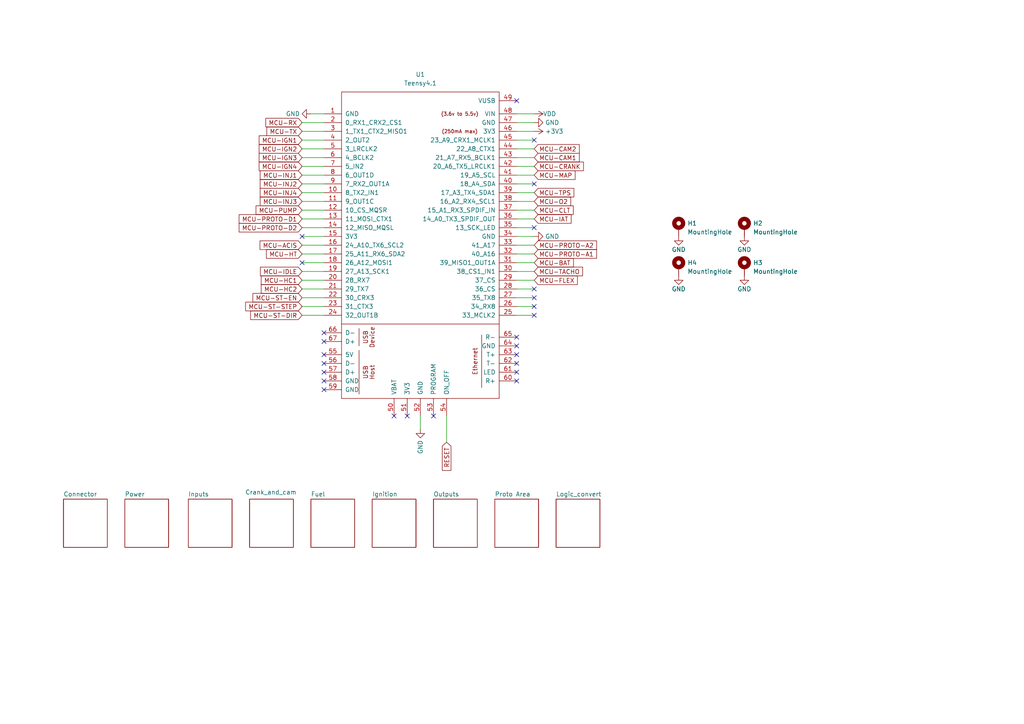
<source format=kicad_sch>
(kicad_sch (version 20211123) (generator eeschema)
  (paper "A4")
  (title_block (title "Speeduino board for Teensy 4.1") (date "2023-01-07") (rev "6") (company "Fontys Eindhoven EXPO group 13 || Speeduino") (comment 1 "Adapted from Speeduino V0.4.4c board"))
  (lib_symbols
    (symbol "Mechanical:MountingHole_Pad" (pin_numbers hide) (pin_names (offset 1.016) hide)
      (property "Reference" "H" (at 0 6.35 0))
      (property "Value" "MountingHole_Pad" (at 0 4.445 0))
      (symbol "MountingHole_Pad_0_1"
        (circle (center 0 1.27) (radius 1.27) (stroke (width 1.27)))
      )
      (symbol "MountingHole_Pad_1_1"
        (pin input line (at 0 -2.54 90) (length 2.54) (name "1") (number "1"))
      )
    )
    (symbol "Speeduino-lib:Teensy4.1" (pin_names (offset 1.016))
      (property "Reference" "U" (at 0 64.77 0))
      (property "Value" "Teensy4.1" (at 0 62.23 0))
      (symbol "Teensy4.1_0_0"
        (polyline (pts (xy -22.86 -6.35) (xy 22.86 -6.35)))
        (polyline (pts (xy -17.78 -26.67) (xy -17.78 -13.97)))
        (polyline (pts (xy -17.78 -7.62) (xy -17.78 -12.7)))
        (polyline (pts (xy 17.78 -9.525) (xy 17.78 -24.765)))
        (text "(250mA max)" (at 11.43 49.53 0) (effects (font (size 1.016 1.016))))
        (text "(3.6v to 5.5v)" (at 11.43 54.61 0) (effects (font (size 1.016 1.016))))
        (text "Device" (at -13.97 -10.16 900) (effects (font (size 1.27 1.27))))
        (text "Ethernet" (at 15.875 -17.145 900) (effects (font (size 1.27 1.27))))
        (text "Host" (at -13.97 -20.32 900) (effects (font (size 1.27 1.27))))
        (text "USB" (at -15.875 -20.32 900) (effects (font (size 1.27 1.27))))
        (text "USB" (at -15.875 -10.16 900) (effects (font (size 1.27 1.27))))
        (pin bidirectional line (at -27.94 31.75 0) (length 5.08) (name "8_TX2_IN1") (number "10"))
        (pin bidirectional line (at -27.94 29.21 0) (length 5.08) (name "9_OUT1C") (number "11"))
        (pin bidirectional line (at -27.94 26.67 0) (length 5.08) (name "10_CS_MQSR") (number "12"))
        (pin bidirectional line (at -27.94 24.13 0) (length 5.08) (name "11_MOSI_CTX1") (number "13"))
        (pin bidirectional line (at -27.94 21.59 0) (length 5.08) (name "12_MISO_MQSL") (number "14"))
        (pin power_in line (at -27.94 19.05 0) (length 5.08) (name "3V3") (number "15"))
        (pin bidirectional line (at -27.94 16.51 0) (length 5.08) (name "24_A10_TX6_SCL2") (number "16"))
        (pin bidirectional line (at -27.94 13.97 0) (length 5.08) (name "25_A11_RX6_SDA2") (number "17"))
        (pin bidirectional line (at -27.94 11.43 0) (length 5.08) (name "26_A12_MOSI1") (number "18"))
        (pin bidirectional line (at -27.94 8.89 0) (length 5.08) (name "27_A13_SCK1") (number "19"))
        (pin bidirectional line (at -27.94 6.35 0) (length 5.08) (name "28_RX7") (number "20"))
        (pin bidirectional line (at -27.94 3.81 0) (length 5.08) (name "29_TX7") (number "21"))
        (pin bidirectional line (at -27.94 1.27 0) (length 5.08) (name "30_CRX3") (number "22"))
        (pin bidirectional line (at -27.94 -1.27 0) (length 5.08) (name "31_CTX3") (number "23"))
        (pin bidirectional line (at -27.94 -3.81 0) (length 5.08) (name "32_OUT1B") (number "24"))
        (pin bidirectional line (at 27.94 -3.81 180) (length 5.08) (name "33_MCLK2") (number "25"))
        (pin bidirectional line (at 27.94 -1.27 180) (length 5.08) (name "34_RX8") (number "26"))
        (pin bidirectional line (at 27.94 1.27 180) (length 5.08) (name "35_TX8") (number "27"))
        (pin bidirectional line (at 27.94 3.81 180) (length 5.08) (name "36_CS") (number "28"))
        (pin bidirectional line (at 27.94 6.35 180) (length 5.08) (name "37_CS") (number "29"))
        (pin bidirectional line (at 27.94 8.89 180) (length 5.08) (name "38_CS1_IN1") (number "30"))
        (pin bidirectional line (at 27.94 11.43 180) (length 5.08) (name "39_MISO1_OUT1A") (number "31"))
        (pin bidirectional line (at 27.94 13.97 180) (length 5.08) (name "40_A16") (number "32"))
        (pin bidirectional line (at 27.94 16.51 180) (length 5.08) (name "41_A17") (number "33"))
        (pin bidirectional line (at 27.94 21.59 180) (length 5.08) (name "13_SCK_LED") (number "35"))
        (pin bidirectional line (at 27.94 24.13 180) (length 5.08) (name "14_A0_TX3_SPDIF_OUT") (number "36"))
        (pin bidirectional line (at 27.94 26.67 180) (length 5.08) (name "15_A1_RX3_SPDIF_IN") (number "37"))
        (pin bidirectional line (at 27.94 29.21 180) (length 5.08) (name "16_A2_RX4_SCL1") (number "38"))
        (pin bidirectional line (at 27.94 31.75 180) (length 5.08) (name "17_A3_TX4_SDA1") (number "39"))
        (pin bidirectional line (at 27.94 34.29 180) (length 5.08) (name "18_A4_SDA") (number "40"))
        (pin bidirectional line (at 27.94 36.83 180) (length 5.08) (name "19_A5_SCL") (number "41"))
        (pin bidirectional line (at 27.94 39.37 180) (length 5.08) (name "20_A6_TX5_LRCLK1") (number "42"))
        (pin bidirectional line (at 27.94 41.91 180) (length 5.08) (name "21_A7_RX5_BCLK1") (number "43"))
        (pin bidirectional line (at 27.94 44.45 180) (length 5.08) (name "22_A8_CTX1") (number "44"))
        (pin bidirectional line (at 27.94 46.99 180) (length 5.08) (name "23_A9_CRX1_MCLK1") (number "45"))
        (pin power_out line (at 27.94 49.53 180) (length 5.08) (name "3V3") (number "46"))
        (pin power_in line (at 27.94 52.07 180) (length 5.08) (name "GND") (number "47"))
        (pin power_in line (at 27.94 54.61 180) (length 5.08) (name "VIN") (number "48"))
        (pin power_out line (at 27.94 58.42 180) (length 5.08) (name "VUSB") (number "49"))
        (pin bidirectional line (at -27.94 44.45 0) (length 5.08) (name "3_LRCLK2") (number "5"))
        (pin power_in line (at -7.62 -33.02 90) (length 5.08) (name "VBAT") (number "50"))
        (pin power_in line (at -3.81 -33.02 90) (length 5.08) (name "3V3") (number "51"))
        (pin input line (at 0 -33.02 90) (length 5.08) (name "GND") (number "52"))
        (pin input line (at 3.81 -33.02 90) (length 5.08) (name "PROGRAM") (number "53"))
        (pin input line (at 7.62 -33.02 90) (length 5.08) (name "ON_OFF") (number "54"))
        (pin power_out line (at -27.94 -15.24 0) (length 5.08) (name "5V") (number "55"))
        (pin bidirectional line (at -27.94 -17.78 0) (length 5.08) (name "D-") (number "56"))
        (pin bidirectional line (at -27.94 -20.32 0) (length 5.08) (name "D+") (number "57"))
        (pin power_in line (at -27.94 -22.86 0) (length 5.08) (name "GND") (number "58"))
        (pin power_in line (at -27.94 -25.4 0) (length 5.08) (name "GND") (number "59"))
        (pin bidirectional line (at -27.94 41.91 0) (length 5.08) (name "4_BCLK2") (number "6"))
        (pin bidirectional line (at 27.94 -22.86 180) (length 5.08) (name "R+") (number "60"))
        (pin bidirectional line (at 27.94 -20.32 180) (length 5.08) (name "LED") (number "61"))
        (pin bidirectional line (at 27.94 -17.78 180) (length 5.08) (name "T-") (number "62"))
        (pin bidirectional line (at 27.94 -15.24 180) (length 5.08) (name "T+") (number "63"))
        (pin power_in line (at 27.94 -12.7 180) (length 5.08) (name "GND") (number "64"))
        (pin bidirectional line (at 27.94 -10.16 180) (length 5.08) (name "R-") (number "65"))
        (pin bidirectional line (at -27.94 -8.89 0) (length 5.08) (name "D-") (number "66"))
        (pin bidirectional line (at -27.94 -11.43 0) (length 5.08) (name "D+") (number "67"))
        (pin bidirectional line (at -27.94 39.37 0) (length 5.08) (name "5_IN2") (number "7"))
        (pin bidirectional line (at -27.94 36.83 0) (length 5.08) (name "6_OUT1D") (number "8"))
        (pin bidirectional line (at -27.94 34.29 0) (length 5.08) (name "7_RX2_OUT1A") (number "9"))
      )
      (symbol "Teensy4.1_0_1"
        (rectangle (start -22.86 60.96) (end 22.86 -27.94))
        (rectangle (start -20.32 -1.27) (end -20.32 -1.27))
      )
      (symbol "Teensy4.1_1_1"
        (pin power_in line (at -27.94 54.61 0) (length 5.08) (name "GND") (number "1"))
        (pin bidirectional line (at -27.94 52.07 0) (length 5.08) (name "0_RX1_CRX2_CS1") (number "2"))
        (pin bidirectional line (at -27.94 49.53 0) (length 5.08) (name "1_TX1_CTX2_MISO1") (number "3"))
        (pin power_in line (at 27.94 19.05 180) (length 5.08) (name "GND") (number "34"))
        (pin bidirectional line (at -27.94 46.99 0) (length 5.08) (name "2_OUT2") (number "4"))
      )
    )
    (symbol "power:+3V3" (power) (pin_names (offset 0))
      (property "Value" "+3V3" (at 0 3.556 0))
      (symbol "+3V3_0_1"
        (polyline (pts (xy -0.762 1.27) (xy 0 2.54)))
        (polyline (pts (xy 0 0) (xy 0 2.54)))
        (polyline (pts (xy 0 2.54) (xy 0.762 1.27)))
      )
      (symbol "+3V3_1_1"
        (pin power_in line (at 0 0 90) (length 0) hide (name "+3V3") (number "1"))
      )
    )
    (symbol "power:GND" (power) (pin_names (offset 0))
      (property "Value" "GND" (at 0 -3.81 0))
      (symbol "GND_0_1"
        (polyline (pts (xy 0 0) (xy 0 -1.27) (xy 1.27 -1.27) (xy 0 -2.54) (xy -1.27 -1.27) (xy 0 -1.27)))
      )
      (symbol "GND_1_1"
        (pin power_in line (at 0 0 270) (length 0) hide (name "GND") (number "1"))
      )
    )
    (symbol "power:VDD" (power) (pin_names (offset 0))
      (property "Value" "VDD" (at 0 3.81 0))
      (symbol "VDD_0_1"
        (polyline (pts (xy -0.762 1.27) (xy 0 2.54)))
        (polyline (pts (xy 0 0) (xy 0 2.54)))
        (polyline (pts (xy 0 2.54) (xy 0.762 1.27)))
      )
      (symbol "VDD_1_1"
        (pin power_in line (at 0 0 90) (length 0) hide (name "VDD") (number "1"))
      )
    )
  )
  (no_connect (at 87.63 68.58))
  (no_connect (at 87.63 76.2))
  (no_connect (at 149.86 107.95))
  (no_connect (at 154.94 91.44))
  (no_connect (at 154.94 86.36))
  (no_connect (at 114.3 120.65))
  (no_connect (at 125.73 120.65))
  (no_connect (at 149.86 97.79))
  (no_connect (at 149.86 102.87))
  (no_connect (at 149.86 110.49))
  (no_connect (at 93.98 110.49))
  (no_connect (at 93.98 113.03))
  (no_connect (at 93.98 105.41))
  (no_connect (at 93.98 102.87))
  (no_connect (at 154.94 53.34))
  (no_connect (at 149.86 29.21))
  (no_connect (at 154.94 83.82))
  (no_connect (at 118.11 120.65))
  (no_connect (at 93.98 96.52))
  (no_connect (at 154.94 88.9))
  (no_connect (at 93.98 107.95))
  (no_connect (at 154.94 66.04))
  (no_connect (at 154.94 40.64))
  (no_connect (at 149.86 105.41))
  (no_connect (at 93.98 99.06))
  (no_connect (at 149.86 100.33))
  (wire (pts (xy 87.63 83.82) (xy 93.98 83.82)))
  (wire (pts (xy 149.86 40.64) (xy 154.94 40.64)))
  (wire (pts (xy 149.86 53.34) (xy 154.94 53.34)))
  (wire (pts (xy 149.86 58.42) (xy 154.94 58.42)))
  (wire (pts (xy 149.86 73.66) (xy 154.94 73.66)))
  (wire (pts (xy 87.63 68.58) (xy 93.98 68.58)))
  (wire (pts (xy 87.63 76.2) (xy 93.98 76.2)))
  (wire (pts (xy 149.86 76.2) (xy 154.94 76.2)))
  (wire (pts (xy 87.63 78.74) (xy 93.98 78.74)))
  (wire (pts (xy 149.86 35.56) (xy 154.94 35.56)))
  (wire (pts (xy 149.86 88.9) (xy 154.94 88.9)))
  (wire (pts (xy 149.86 55.88) (xy 154.94 55.88)))
  (wire (pts (xy 87.63 88.9) (xy 93.98 88.9)))
  (wire (pts (xy 87.63 58.42) (xy 93.98 58.42)))
  (wire (pts (xy 87.63 73.66) (xy 93.98 73.66)))
  (wire (pts (xy 87.63 43.18) (xy 93.98 43.18)))
  (wire (pts (xy 149.86 68.58) (xy 154.94 68.58)))
  (wire (pts (xy 149.86 48.26) (xy 154.94 48.26)))
  (wire (pts (xy 87.63 45.72) (xy 93.98 45.72)))
  (wire (pts (xy 149.86 63.5) (xy 154.94 63.5)))
  (wire (pts (xy 149.86 38.1) (xy 154.94 38.1)))
  (wire (pts (xy 87.63 40.64) (xy 93.98 40.64)))
  (wire (pts (xy 149.86 60.96) (xy 154.94 60.96)))
  (wire (pts (xy 93.98 33.02) (xy 90.17 33.02)))
  (wire (pts (xy 87.63 50.8) (xy 93.98 50.8)))
  (wire (pts (xy 87.63 63.5) (xy 93.98 63.5)))
  (wire (pts (xy 87.63 53.34) (xy 93.98 53.34)))
  (wire (pts (xy 93.98 38.1) (xy 87.63 38.1)))
  (wire (pts (xy 129.54 128.27) (xy 129.54 120.65)))
  (wire (pts (xy 149.86 91.44) (xy 154.94 91.44)))
  (wire (pts (xy 93.98 71.12) (xy 87.63 71.12)))
  (wire (pts (xy 121.92 120.65) (xy 121.92 124.46)))
  (wire (pts (xy 87.63 48.26) (xy 93.98 48.26)))
  (wire (pts (xy 87.63 86.36) (xy 93.98 86.36)))
  (wire (pts (xy 149.86 71.12) (xy 154.94 71.12)))
  (wire (pts (xy 149.86 66.04) (xy 154.94 66.04)))
  (wire (pts (xy 149.86 45.72) (xy 154.94 45.72)))
  (wire (pts (xy 149.86 81.28) (xy 154.94 81.28)))
  (wire (pts (xy 87.63 35.56) (xy 93.98 35.56)))
  (wire (pts (xy 87.63 66.04) (xy 93.98 66.04)))
  (wire (pts (xy 87.63 81.28) (xy 93.98 81.28)))
  (wire (pts (xy 87.63 91.44) (xy 93.98 91.44)))
  (wire (pts (xy 149.86 86.36) (xy 154.94 86.36)))
  (wire (pts (xy 93.98 55.88) (xy 87.63 55.88)))
  (wire (pts (xy 149.86 83.82) (xy 154.94 83.82)))
  (wire (pts (xy 149.86 50.8) (xy 154.94 50.8)))
  (wire (pts (xy 149.86 43.18) (xy 154.94 43.18)))
  (wire (pts (xy 87.63 60.96) (xy 93.98 60.96)))
  (wire (pts (xy 149.86 78.74) (xy 154.94 78.74)))
  (wire (pts (xy 149.86 33.02) (xy 154.94 33.02)))
  (global_label "MCU-CRANK" (shape input) (at 154.94 48.26 0) (property "Intersheet References" "${INTERSHEET_REFS}" (effects hide)))
  (global_label "RESET" (shape input) (at 129.54 128.27 270) (property "Intersheet References" "${INTERSHEET_REFS}" (effects hide)))
  (global_label "MCU-CLT" (shape input) (at 154.94 60.96 0) (property "Intersheet References" "${INTERSHEET_REFS}" (effects hide)))
  (global_label "MCU-PROTO-A2" (shape input) (at 154.94 71.12 0) (property "Intersheet References" "${INTERSHEET_REFS}" (effects hide)))
  (global_label "MCU-PROTO-A1" (shape input) (at 154.94 73.66 0) (property "Intersheet References" "${INTERSHEET_REFS}" (effects hide)))
  (global_label "MCU-INJ2" (shape input) (at 87.63 53.34 180) (property "Intersheet References" "${INTERSHEET_REFS}" (effects hide)))
  (global_label "MCU-TACHO" (shape input) (at 154.94 78.74 0) (property "Intersheet References" "${INTERSHEET_REFS}" (effects hide)))
  (global_label "MCU-IAT" (shape input) (at 154.94 63.5 0) (property "Intersheet References" "${INTERSHEET_REFS}" (effects hide)))
  (global_label "MCU-O2" (shape input) (at 154.94 58.42 0) (property "Intersheet References" "${INTERSHEET_REFS}" (effects hide)))
  (global_label "MCU-PROTO-D2" (shape input) (at 87.63 66.04 180) (property "Intersheet References" "${INTERSHEET_REFS}" (effects hide)))
  (global_label "MCU-HT" (shape input) (at 87.63 73.66 180) (property "Intersheet References" "${INTERSHEET_REFS}" (effects hide)))
  (global_label "MCU-ST-DIR" (shape input) (at 87.63 91.44 180) (property "Intersheet References" "${INTERSHEET_REFS}" (effects hide)))
  (global_label "MCU-INJ1" (shape input) (at 87.63 50.8 180) (property "Intersheet References" "${INTERSHEET_REFS}" (effects hide)))
  (global_label "MCU-IGN1" (shape input) (at 87.63 40.64 180) (property "Intersheet References" "${INTERSHEET_REFS}" (effects hide)))
  (global_label "MCU-IGN3" (shape input) (at 87.63 45.72 180) (property "Intersheet References" "${INTERSHEET_REFS}" (effects hide)))
  (global_label "MCU-HC1" (shape input) (at 87.63 81.28 180) (property "Intersheet References" "${INTERSHEET_REFS}" (effects hide)))
  (global_label "MCU-ST-STEP" (shape input) (at 87.63 88.9 180) (property "Intersheet References" "${INTERSHEET_REFS}" (effects hide)))
  (global_label "MCU-PUMP" (shape input) (at 87.63 60.96 180) (property "Intersheet References" "${INTERSHEET_REFS}" (effects hide)))
  (global_label "MCU-BAT" (shape input) (at 154.94 76.2 0) (property "Intersheet References" "${INTERSHEET_REFS}" (effects hide)))
  (global_label "MCU-ST-EN" (shape input) (at 87.63 86.36 180) (property "Intersheet References" "${INTERSHEET_REFS}" (effects hide)))
  (global_label "MCU-FLEX" (shape input) (at 154.94 81.28 0) (property "Intersheet References" "${INTERSHEET_REFS}" (effects hide)))
  (global_label "MCU-CAM1" (shape input) (at 154.94 45.72 0) (property "Intersheet References" "${INTERSHEET_REFS}" (effects hide)))
  (global_label "MCU-IGN2" (shape input) (at 87.63 43.18 180) (property "Intersheet References" "${INTERSHEET_REFS}" (effects hide)))
  (global_label "MCU-INJ4" (shape input) (at 87.63 55.88 180) (property "Intersheet References" "${INTERSHEET_REFS}" (effects hide)))
  (global_label "MCU-IDLE" (shape input) (at 87.63 78.74 180) (property "Intersheet References" "${INTERSHEET_REFS}" (effects hide)))
  (global_label "MCU-MAP" (shape input) (at 154.94 50.8 0) (property "Intersheet References" "${INTERSHEET_REFS}" (effects hide)))
  (global_label "MCU-ACIS" (shape input) (at 87.63 71.12 180) (property "Intersheet References" "${INTERSHEET_REFS}" (effects hide)))
  (global_label "MCU-RX" (shape input) (at 87.63 35.56 180) (property "Intersheet References" "${INTERSHEET_REFS}" (effects hide)))
  (global_label "MCU-PROTO-D1" (shape input) (at 87.63 63.5 180) (property "Intersheet References" "${INTERSHEET_REFS}" (effects hide)))
  (global_label "MCU-HC2" (shape input) (at 87.63 83.82 180) (property "Intersheet References" "${INTERSHEET_REFS}" (effects hide)))
  (global_label "MCU-TPS" (shape input) (at 154.94 55.88 0) (property "Intersheet References" "${INTERSHEET_REFS}" (effects hide)))
  (global_label "MCU-CAM2" (shape input) (at 154.94 43.18 0) (property "Intersheet References" "${INTERSHEET_REFS}" (effects hide)))
  (global_label "MCU-TX" (shape input) (at 87.63 38.1 180) (property "Intersheet References" "${INTERSHEET_REFS}" (effects hide)))
  (global_label "MCU-IGN4" (shape input) (at 87.63 48.26 180) (property "Intersheet References" "${INTERSHEET_REFS}" (effects hide)))
  (global_label "MCU-INJ3" (shape input) (at 87.63 58.42 180) (property "Intersheet References" "${INTERSHEET_REFS}" (effects hide)))
  (symbol (lib_id "Speeduino-lib:Teensy4.1") (at 121.92 87.63 0) (unit 1)
    (property "Reference" "U1" (at 121.92 21.59 0))
    (property "Value" "Teensy4.1" (at 121.92 24.13 0))
    (property "Footprint" "Speeduino-lib:Teensy41" (effects hide))
  )
  (symbol (lib_id "power:GND") (at 154.94 68.58 90) (unit 1)
    (property "Reference" "#PWR0101" (effects hide))
    (property "Value" "GND" (at 158.115 68.58 90) (effects (justify right)))
  )
  (symbol (lib_id "Mechanical:MountingHole_Pad") (at 215.9 66.04 0) (unit 1)
    (property "Reference" "H2" (at 218.44 64.7699 0) (effects (justify left)))
    (property "Value" "MountingHole" (at 218.44 67.3099 0) (effects (justify left)))
    (property "Footprint" "MountingHole:MountingHole_4.3mm_M4_Pad" (effects hide))
  )
  (symbol (lib_id "power:GND") (at 196.85 80.01 0) (unit 1)
    (property "Reference" "#PWR0132" (effects hide))
    (property "Value" "GND" (at 196.85 83.82 0))
  )
  (symbol (lib_id "power:GND") (at 196.85 68.58 0) (unit 1)
    (property "Reference" "#PWR0166" (effects hide))
    (property "Value" "GND" (at 196.85 72.39 0))
  )
  (symbol (lib_id "power:GND") (at 215.9 68.58 0) (unit 1)
    (property "Reference" "#PWR0168" (effects hide))
    (property "Value" "GND" (at 215.9 72.39 0))
  )
  (symbol (lib_id "power:GND") (at 215.9 80.01 0) (unit 1)
    (property "Reference" "#PWR0127" (effects hide))
    (property "Value" "GND" (at 215.9 83.82 0))
  )
  (symbol (lib_id "power:VDD") (at 154.94 33.02 270) (unit 1)
    (property "Reference" "#PWR0103" (effects hide))
    (property "Value" "VDD" (at 157.48 33.02 90) (effects (justify left)))
  )
  (symbol (lib_id "Mechanical:MountingHole_Pad") (at 215.9 77.47 0) (unit 1)
    (property "Reference" "H3" (at 218.44 76.1999 0) (effects (justify left)))
    (property "Value" "MountingHole" (at 218.44 78.7399 0) (effects (justify left)))
    (property "Footprint" "MountingHole:MountingHole_4.3mm_M4_Pad" (effects hide))
  )
  (symbol (lib_id "Mechanical:MountingHole_Pad") (at 196.85 66.04 0) (unit 1)
    (property "Reference" "H1" (at 199.39 64.7699 0) (effects (justify left)))
    (property "Value" "MountingHole" (at 199.39 67.3099 0) (effects (justify left)))
    (property "Footprint" "MountingHole:MountingHole_4.3mm_M4_Pad" (effects hide))
  )
  (symbol (lib_id "power:+3V3") (at 154.94 38.1 270) (unit 1)
    (property "Reference" "#PWR0104" (effects hide))
    (property "Value" "+3V3" (at 158.115 38.1 90) (effects (justify left)))
  )
  (symbol (lib_id "Mechanical:MountingHole_Pad") (at 196.85 77.47 0) (unit 1)
    (property "Reference" "H4" (at 199.39 76.1999 0) (effects (justify left)))
    (property "Value" "MountingHole" (at 199.39 78.7399 0) (effects (justify left)))
    (property "Footprint" "MountingHole:MountingHole_4.3mm_M4_Pad" (effects hide))
  )
  (symbol (lib_id "power:GND") (at 90.17 33.02 270) (unit 1)
    (property "Reference" "#PWR0105" (effects hide))
    (property "Value" "GND" (at 86.995 33.02 90) (effects (justify right)))
  )
  (symbol (lib_id "power:GND") (at 154.94 35.56 90) (unit 1)
    (property "Reference" "#PWR0102" (effects hide))
    (property "Value" "GND" (at 158.115 35.56 90) (effects (justify right)))
  )
  (symbol (lib_id "power:GND") (at 121.92 124.46 0) (unit 1)
    (property "Reference" "#PWR0107" (effects hide))
    (property "Value" "GND" (at 121.92 127.635 90) (effects (justify right)))
  )
  (sheet (at 90.17 144.78) (size 12.7 13.97)
    (property "Sheet name" "Fuel" (at 90.17 144.0684 0) (effects (justify left bottom)))
    (property "Sheet file" "Fuel.kicad_sch" (effects hide))
  )
  (sheet (at 54.61 144.78) (size 12.7 13.97)
    (property "Sheet name" "Inputs" (at 54.61 144.0684 0) (effects (justify left bottom)))
    (property "Sheet file" "inputs.kicad_sch" (effects hide))
  )
  (sheet (at 36.195 144.78) (size 12.7 13.97)
    (property "Sheet name" "Power" (at 36.195 144.0684 0) (effects (justify left bottom)))
    (property "Sheet file" "power.kicad_sch" (effects hide))
  )
  (sheet (at 18.415 144.78) (size 12.7 13.97)
    (property "Sheet name" "Connector" (at 18.415 144.0684 0) (effects (justify left bottom)))
    (property "Sheet file" "connector.kicad_sch" (effects hide))
  )
  (sheet (at 125.73 144.78) (size 12.7 13.97)
    (property "Sheet name" "Outputs" (at 125.73 144.0684 0) (effects (justify left bottom)))
    (property "Sheet file" "outputs.kicad_sch" (effects hide))
  )
  (sheet (at 143.51 144.78) (size 12.7 13.97)
    (property "Sheet name" "Proto Area" (at 143.51 144.0684 0) (effects (justify left bottom)))
    (property "Sheet file" "proto.kicad_sch" (effects hide))
  )
  (sheet (at 72.39 144.78) (size 12.7 13.97)
    (property "Sheet name" "Crank_and_cam" (at 71.12 143.51 0) (effects (justify left bottom)))
    (property "Sheet file" "Crank_and_cam.kicad_sch" (effects hide))
  )
  (sheet (at 107.95 144.78) (size 12.7 13.97)
    (property "Sheet name" "Ignition" (at 107.95 144.0684 0) (effects (justify left bottom)))
    (property "Sheet file" "Ignition.kicad_sch" (effects hide))
  )
  (sheet (at 161.29 144.78) (size 12.7 13.97) (stroke (width 0.1524))
    (property "Sheet name" "Logic_convert" (at 161.29 144.0684 0) (effects (justify left bottom)))
    (property "Sheet file" "Logic_convert.kicad_sch" (effects hide))
  )
)
</source>
